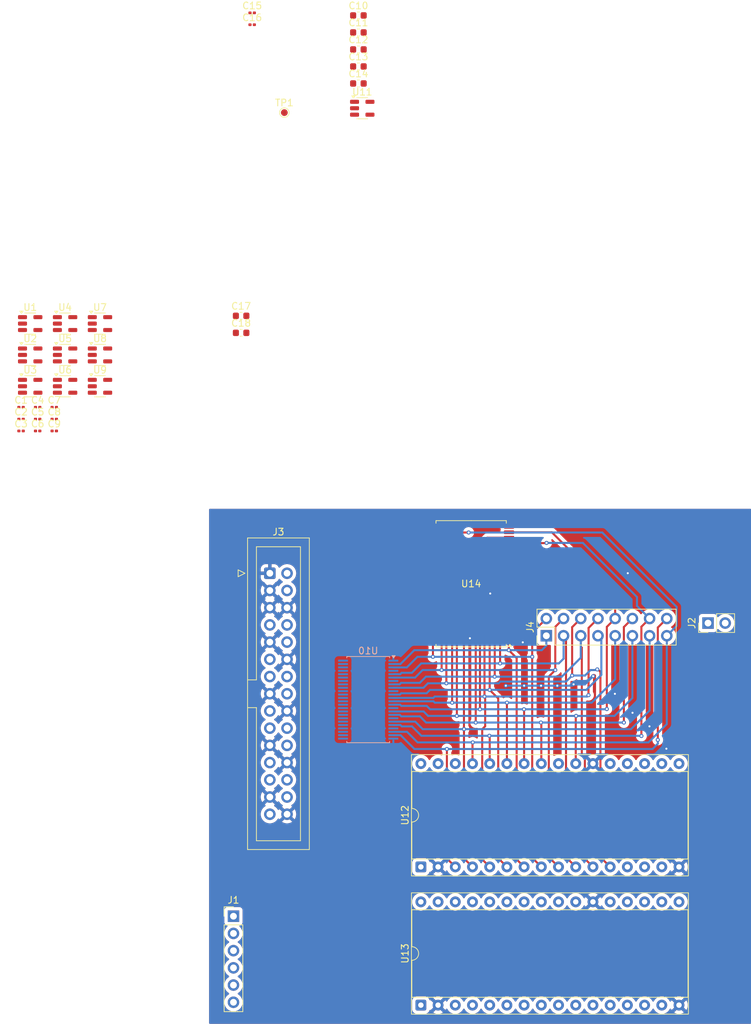
<source format=kicad_pcb>
(kicad_pcb (version 20241229) (generator "pcbnew") (generator_version "9.0")
  (layers (0 "F.Cu" signal) (2 "B.Cu" signal) (13 "F.Paste" user) (15 "B.Paste" user) (5 "F.SilkS" user "F.Silkscreen") (7 "B.SilkS" user "B.Silkscreen") (1 "F.Mask" user) (3 "B.Mask" user) (25 "Edge.Cuts" user))
  (net 0 "")
  (net 1 "GND")
  (net 2 "+5V")
  (net 3 "/CWE")
  (net 4 "/GRE")
  (net 5 "/MAL")
  (net 6 "/RSE")
  (net 7 "/CRE")
  (net 8 "/DBS")
  (net 9 "/BWE")
  (net 10 "/BRE")
  (net 11 "/bus_conn/IO15")
  (net 12 "/bus_conn/IO10")
  (net 13 "/bus_conn/IO13")
  (net 14 "/bus_conn/IO5")
  (net 15 "/bus_conn/IO9")
  (net 16 "/bus_conn/IO14")
  (net 17 "/bus_conn/IO12")
  (net 18 "/bus_conn/IO4")
  (net 19 "/CLK")
  (net 20 "/bus_conn/IO11")
  (net 21 "/bus_conn/IO3")
  (net 22 "/bus_conn/IO7")
  (net 23 "/bus_conn/IO8")
  (net 24 "/bus_conn/IO2")
  (net 25 "/bus_conn/IO0")
  (net 26 "/bus_conn/IO1")
  (net 27 "/bus_conn/IO6")
  (net 28 "/word_conn/IN10")
  (net 29 "/word_conn/IN4")
  (net 30 "/word_conn/IN11")
  (net 31 "/word_conn/IN9")
  (net 32 "/word_conn/IN3")
  (net 33 "/word_conn/IN12")
  (net 34 "/word_conn/IN7")
  (net 35 "/word_conn/IN2")
  (net 36 "/word_conn/IN13")
  (net 37 "/word_conn/IN6")
  (net 38 "/word_conn/IN1")
  (net 39 "/word_conn/IN14")
  (net 40 "/word_conn/IN8")
  (net 41 "/word_conn/IN5")
  (net 42 "/word_conn/IN0")
  (net 43 "/word_conn/IN15")
  (net 44 "Net-(U10-1CLK)")
  (net 45 "Net-(U1-Pad4)")
  (net 46 "Net-(U2-Pad4)")
  (net 47 "/RAM_RE")
  (net 48 "/RAM_WE")
  (net 49 "/ROM_RE")
  (net 50 "Net-(U6-Pad4)")
  (net 51 "Net-(U7-Pad4)")
  (net 53 "/ROM/DATA5")
  (net 54 "/ROM/DATA1")
  (net 55 "/ROM/DATA0")
  (net 56 "/ROM/DATA7")
  (net 57 "/ROM/DATA3")
  (net 58 "/ROM/DATA2")
  (net 59 "/ROM/DATA4")
  (net 60 "/ROM/DATA6")
  (net 63 "/ROM/DATA9")
  (net 64 "/ROM/DATA12")
  (net 65 "/ROM/DATA14")
  (net 66 "/ROM/DATA13")
  (net 67 "/ROM/DATA15")
  (net 69 "/ROM/DATA11")
  (net 70 "/ROM/DATA8")
  (net 71 "/ROM/DATA10")
  (net 72 "/ram/IO8")
  (net 73 "/ram/IO11")
  (net 74 "/ram/IO14")
  (net 75 "/ram/IO13")
  (net 76 "/ram/IO15")
  (net 77 "/ram/IO12")
  (net 78 "/ram/IO0")
  (net 79 "/ram/IO10")
  (net 80 "/ram/IO7")
  (net 81 "/ram/IO4")
  (net 82 "/ram/IO5")
  (net 83 "/ram/IO3")
  (net 84 "/ram/IO9")
  (net 85 "/ram/IO2")
  (net 86 "/ram/IO6")
  (net 87 "/ram/IO1")
  (footprint "Capacitor_SMD:C_0603_1608Metric" (layer "F.Cu") (at 44.04 -45.77)
    (property "Reference" "C14")
    (property "Value" "0.1uF")
  )
  (footprint "Capacitor_SMD:C_0201_0603Metric" (layer "F.Cu") (at -0.85 5.51)
    (property "Reference" "C9")
    (property "Value" "C")
  )
  (footprint "Capacitor_SMD:C_0603_1608Metric" (layer "F.Cu") (at 26.73 -11.48)
    (property "Reference" "C17")
    (property "Value" "0.1uF")
  )
  (footprint "Package_TO_SOT_SMD:SOT-23-5" (layer "F.Cu") (at 0.75 -5.71)
    (property "Reference" "U5")
    (property "Value" "74AHC1G32")
  )
  (footprint "Package_TO_SOT_SMD:SOT-23-5" (layer "F.Cu") (at 0.75 -1.085)
    (property "Reference" "U6")
    (property "Value" "74AHC1G04")
  )
  (footprint "Package_TO_SOT_SMD:SOT-23-5" (layer "F.Cu") (at -4.4 -1.085)
    (property "Reference" "U3")
    (property "Value" "74AHC1G32")
  )
  (footprint "Capacitor_SMD:C_0603_1608Metric" (layer "F.Cu") (at 44.04 -53.3)
    (property "Reference" "C11")
    (property "Value" "0.01uF")
  )
  (footprint "Capacitor_SMD:C_0201_0603Metric" (layer "F.Cu") (at -5.75 2.01)
    (property "Reference" "C1")
    (property "Value" "C")
  )
  (footprint "Connector_IDC:IDC-Header_2x15_P2.54mm_Vertical" (layer "F.Cu") (at 30.97 26.51)
    (property "Reference" "J3")
    (property "Value" "Conn_02x15_Odd_Even")
  )
  (footprint "Connector_PinHeader_2.54mm:PinHeader_2x08_P2.54mm_Vertical" (layer "F.Cu") (at 71.78 35.73 90)
    (property "Reference" "J4")
    (property "Value" "Conn_02x08_Top_Bottom")
  )
  (footprint "Package_TO_SOT_SMD:SOT-23-5" (layer "F.Cu") (at 0.75 -10.335)
    (property "Reference" "U4")
    (property "Value" "74AHC1G32")
  )
  (footprint "Capacitor_SMD:C_0201_0603Metric" (layer "F.Cu") (at -0.85 2.01)
    (property "Reference" "C7")
    (property "Value" "C")
  )
  (footprint "Package_TO_SOT_SMD:SOT-23-5" (layer "F.Cu") (at 5.9 -10.335)
    (property "Reference" "U7")
    (property "Value" "74AHC1G32")
  )
  (footprint "Package_TO_SOT_SMD:SOT-23-5" (layer "F.Cu") (at 5.9 -1.085)
    (property "Reference" "U9")
    (property "Value" "74AHC1G32")
  )
  (footprint "Capacitor_SMD:C_0603_1608Metric" (layer "F.Cu") (at 44.04 -48.28)
    (property "Reference" "C13")
    (property "Value" "0.01uF")
  )
  (footprint "Capacitor_SMD:C_0201_0603Metric" (layer "F.Cu") (at -0.85 3.76)
    (property "Reference" "C8")
    (property "Value" "C")
  )
  (footprint "Capacitor_SMD:C_0603_1608Metric" (layer "F.Cu") (at 44.04 -50.79)
    (property "Reference" "C12")
    (property "Value" "0.01uF")
  )
  (footprint "Connector_PinHeader_2.54mm:PinHeader_1x02_P2.54mm_Vertical" (layer "F.Cu") (at 95.64 33.86 90)
    (property "Reference" "J2")
    (property "Value" "Conn_01x02")
  )
  (footprint "Capacitor_SMD:C_0201_0603Metric" (layer "F.Cu") (at 28.36 -54.44)
    (property "Reference" "C16")
    (property "Value" "C")
  )
  (footprint "Capacitor_SMD:C_0201_0603Metric" (layer "F.Cu") (at -5.75 5.51)
    (property "Reference" "C3")
    (property "Value" "C")
  )
  (footprint "Capacitor_SMD:C_0201_0603Metric" (layer "F.Cu") (at -5.75 3.76)
    (property "Reference" "C2")
    (property "Value" "C")
  )
  (footprint "Capacitor_SMD:C_0603_1608Metric" (layer "F.Cu") (at 44.04 -55.81)
    (property "Reference" "C10")
    (property "Value" "0.01uF")
  )
  (footprint "Connector_PinHeader_2.54mm:PinHeader_1x06_P2.54mm_Vertical" (layer "F.Cu") (at 25.6 77.12)
    (property "Reference" "J1")
    (property "Value" "Conn_01x06")
  )
  (footprint "Package_TO_SOT_SMD:SOT-23-5" (layer "F.Cu") (at -4.4 -5.71)
    (property "Reference" "U2")
    (property "Value" "74AHC1G04")
  )
  (footprint "TestPoint:TestPoint_Pad_D1.0mm" (layer "F.Cu") (at 33.11 -41.47)
    (property "Reference" "TP1")
    (property "Value" "TestPoint")
  )
  (footprint "Package_TO_SOT_SMD:SOT-23-5" (layer "F.Cu") (at -4.4 -10.335)
    (property "Reference" "U1")
    (property "Value" "74AHC1G32")
  )
  (footprint "Capacitor_SMD:C_0201_0603Metric" (layer "F.Cu") (at -3.3 3.76)
    (property "Reference" "C5")
    (property "Value" "C")
  )
  (footprint "Capacitor_SMD:C_0201_0603Metric" (layer "F.Cu") (at 28.36 -56.19)
    (property "Reference" "C15")
    (property "Value" "C")
  )
  (footprint "Package_TO_SOT_SMD:SOT-23-5" (layer "F.Cu") (at 44.61 -42.115)
    (property "Reference" "U11")
    (property "Value" "74AHC1G08")
  )
  (footprint "Capacitor_SMD:C_0201_0603Metric" (layer "F.Cu") (at -3.3 2.01)
    (property "Reference" "C4")
    (property "Value" "C")
  )
  (footprint "Capacitor_SMD:C_0201_0603Metric" (layer "F.Cu") (at -3.3 5.51)
    (property "Reference" "C6")
    (property "Value" "C")
  )
  (footprint "Package_SO:TSOP-II-44_10.16x18.41mm_P0.8mm" (layer "F.Cu") (at 60.6825 28.06 180)
    (property "Reference" "U14")
    (property "Value" "71016S12PHG8")
  )
  (footprint "Capacitor_SMD:C_0603_1608Metric" (layer "F.Cu") (at 26.73 -8.97)
    (property "Reference" "C18")
    (property "Value" "0.1uF")
  )
  (footprint "Package_DIP:DIP-32_W15.24mm_Socket" (layer "F.Cu") (at 53.26 90.24 90)
    (property "Reference" "U13")
    (property "Value" "SST39SF010")
  )
  (footprint "Package_DIP:DIP-32_W15.24mm_Socket" (layer "F.Cu") (at 53.26 69.84 90)
    (property "Reference" "U12")
    (property "Value" "SST39SF010")
  )
  (footprint "Package_TO_SOT_SMD:SOT-23-5" (layer "F.Cu") (at 5.9 -5.71)
    (property "Reference" "U8")
    (property "Value" "74AHC1G32")
  )
  (footprint "Package_SO:TSSOP-48_6.1x12.5mm_P0.5mm" (layer "B.Cu") (at 45.4875 45.155 180)
    (property "Reference" "U10")
    (property "Value" "SN74AHCT16374DGGR")
  )
  (via (at 78.7 41.7) (size 0.6) (drill 0.3) (layers "F.Cu" "B.Cu") (net 1))
  (via (at 63.5 29.5) (size 0.6) (drill 0.3) (layers "F.Cu" "B.Cu") (net 1))
  (via (at 87 49.1) (size 0.6) (drill 0.3) (layers "F.Cu" "B.Cu") (net 1))
  (via (at 71 43.099) (size 0.6) (drill 0.3) (layers "F.Cu" "B.Cu") (net 1))
  (via (at 89.5 52.4) (size 0.6) (drill 0.3) (layers "F.Cu" "B.Cu") (net 1))
  (via (at 81.9 44.3) (size 0.6) (drill 0.3) (layers "F.Cu" "B.Cu") (net 1))
  (via (at 60.5 36.1) (size 0.6) (drill 0.3) (layers "F.Cu" "B.Cu") (net 1))
  (via (at 68.3 36.7) (size 0.6) (drill 0.3) (layers "F.Cu" "B.Cu") (net 1))
  (via (at 75.8 42.9) (size 0.6) (drill 0.3) (layers "F.Cu" "B.Cu") (net 1))
  (via (at 83.8 26.5) (size 0.6) (drill 0.3) (layers "F.Cu" "B.Cu") (net 1))
  (via (at 68.5 43.099) (size 0.6) (drill 0.3) (layers "F.Cu" "B.Cu") (net 1))
  (via (at 73.4 43.1) (size 0.6) (drill 0.3) (layers "F.Cu" "B.Cu") (net 1))
  (via (at 84.5 47.1) (size 0.6) (drill 0.3) (layers "F.Cu" "B.Cu") (net 1))
  (via (at 65.801 43.099) (size 0.6) (drill 0.3) (layers "F.Cu" "B.Cu") (net 1))
  (segment (start 73.4 43.1) (end 75.6 43.1) (width 0.3) (layer "B.Cu") (net 1))
  (segment (start 75.8 42.9) (end 77.5 42.9) (width 0.3) (layer "B.Cu") (net 1))
  (segment (start 73.399 43.099) (end 73.4 43.1) (width 0.3) (layer "B.Cu") (net 1))
  (segment (start 75.6 43.1) (end 75.8 42.9) (width 0.3) (layer "B.Cu") (net 1))
  (segment (start 68.5 43.099) (end 71 43.099) (width 0.3) (layer "B.Cu") (net 1))
  (segment (start 77.5 42.9) (end 78.7 41.7) (width 0.3) (layer "B.Cu") (net 1))
  (segment (start 68.5 43.099) (end 65.801 43.099) (width 0.3) (layer "B.Cu") (net 1))
  (segment (start 71 43.099) (end 73.399 43.099) (width 0.3) (layer "B.Cu") (net 1))
  (segment (start 58.57 47.56) (end 58.57 23.972501) (width 0.3) (layer "F.Cu") (net 28))
  (segment (start 55.095 22.06) (end 56.657499 22.06) (width 0.3) (layer "F.Cu") (net 28))
  (segment (start 56.657499 22.06) (end 58.57 23.972501) (width 0.3) (layer "F.Cu") (net 28))
  (segment (start 76.12 47.61) (end 76.12 54.6) (width 0.3) (layer "F.Cu") (net 28))
  (segment (start 76.17 47.56) (end 76.12 47.61) (width 0.3) (layer "F.Cu") (net 28))
  (via (at 76.17 47.56) (size 0.6) (drill 0.3) (layers "F.Cu" "B.Cu") (net 28))
  (via (at 58.57 47.56) (size 0.6) (drill 0.3) (layers "F.Cu" "B.Cu") (net 28))
  (segment (start 54.324286 47.56) (end 53.669286 46.905) (width 0.3) (layer "B.Cu") (net 28))
  (segment (start 53.669286 46.905) (end 49.2 46.905) (width 0.3) (layer "B.Cu") (net 28))
  (segment (start 76.17 47.56) (end 81.84 47.56) (width 0.3) (layer "B.Cu") (net 28))
  (segment (start 58.57 47.56) (end 54.324286 47.56) (width 0.3) (layer "B.Cu") (net 28))
  (segment (start 84.48 44.92) (end 84.48 35.73) (width 0.3) (layer "B.Cu") (net 28))
  (segment (start 58.57 47.56) (end 76.17 47.56) (width 0.3) (layer "B.Cu") (net 28))
  (segment (start 81.84 47.56) (end 84.48 44.92) (width 0.3) (layer "B.Cu") (net 28))
  (segment (start 64.16 41.768571) (end 64.16 35.655) (width 0.3) (layer "F.Cu") (net 29))
  (segment (start 77.465 53.784745) (end 77.015 53.334745) (width 0.3) (layer "F.Cu") (net 29))
  (segment (start 64.955 34.86) (end 66.27 34.86) (width 0.3) (layer "F.Cu") (net 29))
  (segment (start 77.015 37.475) (end 76.86 37.32) (width 0.3) (layer "F.Cu") (net 29))
  (segment (start 78.66 69.84) (end 77.465 68.645) (width 0.3) (layer "F.Cu") (net 29))
  (segment (start 64.16 35.655) (end 64.955 34.86) (width 0.3) (layer "F.Cu") (net 29))
  (segment (start 76.86 37.32) (end 76.86 35.73) (width 0.3) (layer "F.Cu") (net 29))
  (segment (start 77.465 68.645) (end 77.465 53.784745) (width 0.3) (layer "F.Cu") (net 29))
  (segment (start 64.145 41.768571) (end 64.16 41.768571) (width 0.3) (layer "F.Cu") (net 29))
  (segment (start 77.015 53.334745) (end 77.015 37.475) (width 0.3) (layer "F.Cu") (net 29))
  (via (at 64.145 41.768571) (size 0.6) (drill 0.3) (layers "F.Cu" "B.Cu") (net 29))
  (segment (start 64.145 41.768571) (end 54.011429 41.768571) (width 0.3) (layer "B.Cu") (net 29))
  (segment (start 50.125 42.905) (end 49.2 42.905) (width 0.3) (layer "B.Cu") (net 29))
  (segment (start 76.86 38.975) (end 76.86 35.73) (width 0.3) (layer "B.Cu") (net 29))
  (segment (start 64.145 41.768571) (end 74.066429 41.768571) (width 0.3) (layer "B.Cu") (net 29))
  (segment (start 50.35 42.68) (end 50.125 42.905) (width 0.3) (layer "B.Cu") (net 29))
  (segment (start 54.011429 41.768571) (end 53.1 42.68) (width 0.3) (layer "B.Cu") (net 29))
  (segment (start 53.1 42.68) (end 50.35 42.68) (width 0.3) (layer "B.Cu") (net 29))
  (segment (start 74.066429 41.768571) (end 76.86 38.975) (width 0.3) (layer "B.Cu") (net 29))
  (segment (start 61.085 23.235) (end 63.06 21.26) (width 0.3) (layer "F.Cu") (net 30))
  (segment (start 83.222857 34.447143) (end 84.48 33.19) (width 0.3) (layer "F.Cu") (net 30))
  (segment (start 61.355 48.537143) (end 61.355 34.61) (width 0.3) (layer "F.Cu") (net 30))
  (segment (start 61.355 34.61) (end 61.085 34.34) (width 0.3) (layer "F.Cu") (net 30))
  (segment (start 71.04 48.597143) (end 71.04 54.6) (width 0.3) (layer "F.Cu") (net 30))
  (segment (start 83.222857 48.537143) (end 83.222857 34.447143) (width 0.3) (layer "F.Cu") (net 30))
  (segment (start 63.06 21.26) (end 66.27 21.26) (width 0.3) (layer "F.Cu") (net 30))
  (segment (start 61.085 34.34) (end 61.085 23.235) (width 0.3) (layer "F.Cu") (net 30))
  (segment (start 70.98 48.537143) (end 71.04 48.597143) (width 0.3) (layer "F.Cu") (net 30))
  (via (at 70.98 48.537143) (size 0.6) (drill 0.3) (layers "F.Cu" "B.Cu") (net 30))
  (via (at 61.355 48.537143) (size 0.6) (drill 0.3) (layers "F.Cu" "B.Cu") (net 30))
  (via (at 83.222857 48.537143) (size 0.6) (drill 0.3) (layers "F.Cu" "B.Cu") (net 30))
  (segment (start 50.37 47.625714) (end 50.149286 47.405) (width 0.3) (layer "B.Cu") (net 30))
  (segment (start 83.222857 48.537143) (end 83.24 48.52) (width 0.3) (layer "B.Cu") (net 30))
  (segment (start 50.149286 47.405) (end 49.2 47.405) (width 0.3) (layer "B.Cu") (net 30))
  (segment (start 78.129 48.537143) (end 83.222857 48.537143) (width 0.3) (layer "B.Cu") (net 30))
  (segment (start 61.355 48.537143) (end 54.031429 48.537143) (width 0.3) (layer "B.Cu") (net 30))
  (segment (start 61.355 48.537143) (end 70.98 48.537143) (width 0.3) (layer "B.Cu") (net 30))
  (segment (start 53.12 47.625714) (end 50.37 47.625714) (width 0.3) (layer "B.Cu") (net 30))
  (segment (start 70.98 48.537143) (end 78.129 48.537143) (width 0.3) (layer "B.Cu") (net 30))
  (segment (start 54.031429 48.537143) (end 53.12 47.625714) (width 0.3) (layer "B.Cu") (net 30))
  (segment (start 80.705 46.545) (end 80.705 34.425) (width 0.3) (layer "F.Cu") (net 31))
  (segment (start 68.48 46.582857) (end 68.5 46.602857) (width 0.3) (layer "F.Cu") (net 31))
  (segment (start 68.5 46.602857) (end 68.5 54.6) (width 0.3) (layer "F.Cu") (net 31))
  (segment (start 80.705 34.425) (end 81.94 33.19) (width 0.3) (layer "F.Cu") (net 31))
  (segment (start 62.97 22.86) (end 61.985 23.845) (width 0.3) (layer "F.Cu") (net 31))
  (segment (start 81.94 29.81) (end 81.94 33.19) (width 0.3) (layer "F.Cu") (net 31))
  (segment (start 61.985 23.845) (end 61.985 46.582857) (width 0.3) (layer "F.Cu") (net 31))
  (segment (start 66.27 22.86) (end 62.97 22.86) (width 0.3) (layer "F.Cu") (net 31))
  (segment (start 72.59 20.46) (end 81.94 29.81) (width 0.3) (layer "F.Cu") (net 31))
  (segment (start 66.27 20.46) (end 72.59 20.46) (width 0.3) (layer "F.Cu") (net 31))
  (via (at 80.705 46.545) (size 0.6) (drill 0.3) (layers "F.Cu" "B.Cu") (net 31))
  (via (at 61.985 46.582857) (size 0.6) (drill 0.3) (layers "F.Cu" "B.Cu") (net 31))
  (via (at 68.48 46.582857) (size 0.6) (drill 0.3) (layers "F.Cu" "B.Cu") (net 31))
  (segment (start 50.38 46.085714) (end 50.199286 45.905) (width 0.3) (layer "B.Cu") (net 31))
  (segment (start 61.985 46.582857) (end 54.627143 46.582857) (width 0.3) (layer "B.Cu") (net 31))
  (segment (start 54.13 46.085714) (end 50.38 46.085714) (width 0.3) (layer "B.Cu") (net 31))
  (segment (start 80.667143 46.582857) (end 80.705 46.545) (width 0.3) (layer "B.Cu") (net 31))
  (segment (start 67.45 46.582857) (end 68.48 46.582857) (width 0.3) (layer "B.Cu") (net 31))
  (segment (start 61.985 46.582857) (end 67.45 46.582857) (width 0.3) (layer "B.Cu") (net 31))
  (segment (start 68.48 46.582857) (end 80.667143 46.582857) (width 0.3) (layer "B.Cu") (net 31))
  (segment (start 50.199286 45.905) (end 49.2 45.905) (width 0.3) (layer "B.Cu") (net 31))
  (segment (start 54.627143 46.582857) (end 54.13 46.085714) (width 0.3) (layer "B.Cu") (net 31))
  (segment (start 72.1434 41.748029) (end 73.1 40.791429) (width 0.3) (layer "F.Cu") (net 32))
  (segment (start 72.1434 68.4034) (end 72.1434 41.748029) (width 0.3) (layer "F.Cu") (net 32))
  (segment (start 56.325 40.791429) (end 56.325 36.1) (width 0.3) (layer "F.Cu") (net 32))
  (segment (start 73.1 40.791429) (end 73.1 34.41) (width 0.3) (layer "F.Cu") (net 32))
  (segment (start 55.885 35.66) (end 55.095 35.66) (width 0.3) (layer "F.Cu") (net 32))
  (segment (start 56.325 36.1) (end 55.885 35.66) (width 0.3) (layer "F.Cu") (net 32))
  (segment (start 73.1 34.41) (end 74.32 33.19) (width 0.3) (layer "F.Cu") (net 32))
  (segment (start 73.58 69.84) (end 72.1434 68.4034) (width 0.3) (layer "F.Cu") (net 32))
  (via (at 73.1 40.791429) (size 0.6) (drill 0.3) (layers "F.Cu" "B.Cu") (net 32))
  (via (at 56.325 40.791429) (size 0.6) (drill 0.3) (layers "F.Cu" "B.Cu") (net 32))
  (segment (start 52.403572 41.905) (end 49.2 41.905) (width 0.3) (layer "B.Cu") (net 32))
  (segment (start 53.518571 40.791429) (end 52.404286 41.905714) (width 0.3) (layer "B.Cu") (net 32))
  (segment (start 52.404286 41.905714) (end 52.403572 41.905) (width 0.3) (layer "B.Cu") (net 32))
  (segment (start 73.1 40.791429) (end 56.325 40.791429) (width 0.3) (layer "B.Cu") (net 32))
  (segment (start 56.325 40.791429) (end 53.518571 40.791429) (width 0.3) (layer "B.Cu") (net 32))
  (segment (start 59.62 49.22) (end 59.62 23.51) (width 0.3) (layer "F.Cu") (net 33))
  (segment (start 59.625 68.585) (end 60.88 69.84) (width 0.3) (layer "F.Cu") (net 33))
  (segment (start 92.1 41.9) (end 92.8 42.6) (width 0.3) (layer "F.Cu") (net 33))
  (segment (start 59.625 49.514285) (end 59.625 68.585) (width 0.3) (layer "F.Cu") (net 33))
  (segment (start 59.625 49.514285) (end 59.625 49.225) (width 0.3) (layer "F.Cu") (net 33))
  (segment (start 57.37 21.26) (end 55.095 21.26) (width 0.3) (layer "F.Cu") (net 33))
  (segment (start 59.625 49.225) (end 59.62 49.22) (width 0.3) (layer "F.Cu") (net 33))
  (segment (start 59.62 23.51) (end 57.37 21.26) (width 0.3) (layer "F.Cu") (net 33))
  (via (at 59.625 49.514285) (size 0.6) (drill 0.3) (layers "F.Cu" "B.Cu") (net 33))
  (segment (start 84.270715 49.514285) (end 87.02 46.765) (width 0.3) (layer "B.Cu") (net 33))
  (segment (start 87.02 46.765) (end 87.02 35.73) (width 0.3) (layer "B.Cu") (net 33))
  (segment (start 53.538571 49.514285) (end 52.429286 48.405) (width 0.3) (layer "B.Cu") (net 33))
  (segment (start 59.625 49.514285) (end 53.538571 49.514285) (width 0.3) (layer "B.Cu") (net 33))
  (segment (start 52.429286 48.405) (end 49.2 48.405) (width 0.3) (layer "B.Cu") (net 33))
  (segment (start 59.625 49.514285) (end 84.270715 49.514285) (width 0.3) (layer "B.Cu") (net 33))
  (segment (start 62.755 44.805) (end 62.65 44.7) (width 0.3) (layer "F.Cu") (net 34))
  (segment (start 78 43.0468) (end 78.0134 43.0334) (width 0.3) (layer "F.Cu") (net 34))
  (segment (start 78 44.5) (end 78 43.0468) (width 0.3) (layer "F.Cu") (net 34))
  (segment (start 63.86 33.26) (end 66.27 33.26) (width 0.3) (layer "F.Cu") (net 34))
  (segment (start 62.3166 68.7366) (end 62.3166 49.5184) (width 0.3) (layer "F.Cu") (net 34))
  (segment (start 63.42 69.84) (end 62.3166 68.7366) (width 0.3) (layer "F.Cu") (net 34))
  (segment (start 62.755 49.08) (end 62.755 44.805) (width 0.3) (layer "F.Cu") (net 34))
  (segment (start 62.65 44.7) (end 62.65 34.47) (width 0.3) (layer "F.Cu") (net 34))
  (segment (start 78.0134 43.0334) (end 78.0134 34.5766) (width 0.3) (layer "F.Cu") (net 34))
  (segment (start 62.3166 49.5184) (end 62.755 49.08) (width 0.3) (layer "F.Cu") (net 34))
  (segment (start 78.0134 34.5766) (end 79.4 33.19) (width 0.3) (layer "F.Cu") (net 34))
  (segment (start 62.65 34.47) (end 63.86 33.26) (width 0.3) (layer "F.Cu") (net 34))
  (via (at 78 44.5) (size 0.6) (drill 0.3) (layers "F.Cu" "B.Cu") (net 34))
  (via (at 62.65 44.7) (size 0.6) (drill 0.3) (layers "F.Cu" "B.Cu") (net 34))
  (segment (start 55.094286 44.905714) (end 55.093572 44.905) (width 0.3) (layer "B.Cu") (net 34))
  (segment (start 62.65 44.7) (end 67.91 44.7) (width 0.3) (layer "B.Cu") (net 34))
  (segment (start 67.91 44.7) (end 68.07 44.7) (width 0.3) (layer "B.Cu") (net 34))
  (segment (start 62.65 44.7) (end 55.3 44.7) (width 0.3) (layer "B.Cu") (net 34))
  (segment (start 55.3 44.7) (end 55.094286 44.905714) (width 0.3) (layer "B.Cu") (net 34))
  (segment (start 77.8 44.7) (end 67.91 44.7) (width 0.3) (layer "B.Cu") (net 34))
  (segment (start 78 44.5) (end 77.8 44.7) (width 0.3) (layer "B.Cu") (net 34))
  (segment (start 55.093572 44.905) (end 49.2 44.905) (width 0.3) (layer "B.Cu") (net 34))
  (segment (start 74.6834 68.4034) (end 76.12 69.84) (width 0.3) (layer "F.Cu") (net 35))
  (segment (start 74.32 35.73) (end 74.6834 36.0934) (width 0.3) (layer "F.Cu") (net 35))
  (segment (start 64.96 39.814286) (end 64.96 39.519286) (width 0.3) (layer "F.Cu") (net 35))
  (segment (start 64.955 35.915) (end 65.21 35.66) (width 0.3) (layer "F.Cu") (net 35))
  (segment (start 65.21 35.66) (end 66.27 35.66) (width 0.3) (layer "F.Cu") (net 35))
  (segment (start 74.6834 36.0934) (end 74.6834 68.4034) (width 0.3) (layer "F.Cu") (net 35))
  (segment (start 64.955 39.514286) (end 64.955 35.915) (width 0.3) (layer "F.Cu") (net 35))
  (segment (start 64.96 39.519286) (end 64.955 39.514286) (width 0.3) (layer "F.Cu") (net 35))
  (via (at 64.96 39.814286) (size 0.6) (drill 0.3) (layers "F.Cu" "B.Cu") (net 35))
  (segment (start 50.215 41.405) (end 49.2 41.405) (width 0.3) (layer "B.Cu") (net 35))
  (segment (start 53.315714 39.814286) (end 51.93 41.2) (width 0.3) (layer "B.Cu") (net 35))
  (segment (start 74.325 35.735) (end 74.32 35.73) (width 0.3) (layer "B.Cu") (net 35))
  (segment (start 50.42 41.2) (end 50.215 41.405) (width 0.3) (layer "B.Cu") (net 35))
  (segment (start 74.325 39.11) (end 74.325 35.735) (width 0.3) (layer "B.Cu") (net 35))
  (segment (start 64.96 39.814286) (end 53.315714 39.814286) (width 0.3) (layer "B.Cu") (net 35))
  (segment (start 73.620714 39.814286) (end 74.325 39.11) (width 0.3) (layer "B.Cu") (net 35))
  (segment (start 64.96 39.814286) (end 73.620714 39.814286) (width 0.3) (layer "B.Cu") (net 35))
  (segment (start 51.93 41.2) (end 50.42 41.2) (width 0.3) (layer "B.Cu") (net 35))
  (segment (start 63.42 50.541428) (end 63.42 54.6) (width 0.3) (layer "F.Cu") (net 36))
  (segment (start 85.81 34.4) (end 87.02 33.19) (width 0.3) (layer "F.Cu") (net 36))
  (segment (start 85.81 50.525) (end 85.81 34.4) (width 0.3) (layer "F.Cu") (net 36))
  (segment (start 71.78 22.06) (end 71.81 22.03) (width 0.3) (layer "F.Cu") (net 36))
  (segment (start 63.37 50.491428) (end 63.42 50.541428) (width 0.3) (layer "F.Cu") (net 36))
  (segment (start 66.27 22.06) (end 71.78 22.06) (width 0.3) (layer "F.Cu") (net 36))
  (via (at 85.81 50.525) (size 0.6) (drill 0.3) (layers "F.Cu" "B.Cu") (net 36))
  (via (at 63.37 50.491428) (size 0.6) (drill 0.3) (layers "F.Cu" "B.Cu") (net 36))
  (via (at 71.81 22.03) (size 0.6) (drill 0.3) (layers "F.Cu" "B.Cu") (net 36))
  (segment (start 85.16 31.33) (end 85.16 30.02) (width 0.3) (layer "B.Cu") (net 36))
  (segment (start 53.335714 50.491428) (end 63.37 50.491428) (width 0.3) (layer "B.Cu") (net 36))
  (segment (start 63.37 50.491428) (end 73.48 50.491428) (width 0.3) (layer "B.Cu") (net 36))
  (segment (start 51.95 49.105714) (end 53.335714 50.491428) (width 0.3) (layer "B.Cu") (net 36))
  (segment (start 77.17 22.03) (end 71.81 22.03) (width 0.3) (layer "B.Cu") (net 36))
  (segment (start 85.776428 50.491428) (end 85.81 50.525) (width 0.3) (layer "B.Cu") (net 36))
  (segment (start 50.44 49.105714) (end 51.95 49.105714) (width 0.3) (layer "B.Cu") (net 36))
  (segment (start 85.16 30.02) (end 77.17 22.03) (width 0.3) (layer "B.Cu") (net 36))
  (segment (start 50.239286 48.905) (end 50.44 49.105714) (width 0.3) (layer "B.Cu") (net 36))
  (segment (start 87.02 33.19) (end 85.16 31.33) (width 0.3) (layer "B.Cu") (net 36))
  (segment (start 73.48 50.491428) (end 85.776428 50.491428) (width 0.3) (layer "B.Cu") (net 36))
  (segment (start 49.2 48.905) (end 50.239286 48.905) (width 0.3) (layer "B.Cu") (net 36))
  (segment (start 64.68 68.56) (end 64.68 44.987857) (width 0.3) (layer "F.Cu") (net 37))
  (segment (start 63.415 43.722857) (end 63.415 35.34) (width 0.3) (layer "F.Cu") (net 37))
  (segment (start 65.96 69.84) (end 64.68 68.56) (width 0.3) (layer "F.Cu") (net 37))
  (segment (start 64.695 34.06) (end 66.27 34.06) (width 0.3) (layer "F.Cu") (net 37))
  (segment (start 64.68 44.987857) (end 63.415 43.722857) (width 0.3) (layer "F.Cu") (net 37))
  (segment (start 63.415 35.34) (end 64.695 34.06) (width 0.3) (layer "F.Cu") (net 37))
  (via (at 63.415 43.722857) (size 0.6) (drill 0.3) (layers "F.Cu" "B.Cu") (net 37))
  (segment (start 67.417143 43.71) (end 67.43 43.722857) (width 0.3) (layer "B.Cu") (net 37))
  (segment (start 63.427857 43.71) (end 67.417143 43.71) (width 0.3) (layer "B.Cu") (net 37))
  (segment (start 50.175 44.405) (end 50.36 44.22) (width 0.3) (layer "B.Cu") (net 37))
  (segment (start 67.43 43.722857) (end 77.677143 43.722857) (width 0.3) (layer "B.Cu") (net 37))
  (segment (start 63.415 43.722857) (end 63.427857 43.71) (width 0.3) (layer "B.Cu") (net 37))
  (segment (start 54.607143 43.722857) (end 63.415 43.722857) (width 0.3) (layer "B.Cu") (net 37))
  (segment (start 54.11 44.22) (end 54.607143 43.722857) (width 0.3) (layer "B.Cu") (net 37))
  (segment (start 50.36 44.22) (end 54.11 44.22) (width 0.3) (layer "B.Cu") (net 37))
  (segment (start 49.2 44.405) (end 50.175 44.405) (width 0.3) (layer "B.Cu") (net 37))
  (segment (start 79.9 36.23) (end 79.4 35.73) (width 0.3) (layer "B.Cu") (net 37))
  (segment (start 77.677143 43.722857) (end 79.9 41.5) (width 0.3) (layer "B.Cu") (net 37))
  (segment (start 79.9 41.5) (end 79.9 36.23) (width 0.3) (layer "B.Cu") (net 37))
  (segment (start 69.695 38.837143) (end 69.695 35.275) (width 0.3) (layer "F.Cu") (net 38))
  (segment (start 69.695 68.495) (end 69.695 38.837143) (width 0.3) (layer "F.Cu") (net 38))
  (segment (start 55.04 36.515) (end 55.095 36.46) (width 0.3) (layer "F.Cu") (net 38))
  (segment (start 69.695 35.275) (end 71.78 33.19) (width 0.3) (layer "F.Cu") (net 38))
  (segment (start 55.04 38.837143) (end 55.04 36.515) (width 0.3) (layer "F.Cu") (net 38))
  (segment (start 71.04 69.84) (end 69.695 68.495) (width 0.3) (layer "F.Cu") (net 38))
  (via (at 69.695 38.837143) (size 0.6) (drill 0.3) (layers "F.Cu" "B.Cu") (net 38))
  (via (at 55.04 38.837143) (size 0.6) (drill 0.3) (layers "F.Cu" "B.Cu") (net 38))
  (segment (start 52.76 38.837143) (end 51.191429 40.405714) (width 0.3) (layer "B.Cu") (net 38))
  (segment (start 55.04 38.837143) (end 69.695 38.837143) (width 0.3) (layer "B.Cu") (net 38))
  (segment (start 50.015 40.405) (end 49.2 40.405) (width 0.3) (layer "B.Cu") (net 38))
  (segment (start 55.04 38.837143) (end 52.76 38.837143) (width 0.3) (layer "B.Cu") (net 38))
  (segment (start 51.191429 40.405714) (end 50.015714 40.405714) (width 0.3) (layer "B.Cu") (net 38))
  (segment (start 50.015714 40.405714) (end 50.015 40.405) (width 0.3) (layer "B.Cu") (net 38))
  (segment (start 60.88 51.508571) (end 60.88 54.6) (width 0.3) (layer "F.Cu") (net 39))
  (segment (start 94.6 40.4) (end 95.4 41.2) (width 0.3) (layer "F.Cu") (net 39))
  (segment (start 60.92 51.468571) (end 60.88 51.508571) (width 0.3) (layer "F.Cu") (net 39))
  (segment (start 55.13 20.495) (end 60.31 20.495) (width 0.3) (layer "F.Cu") (net 39))
  (segment (start 55.095 20.46) (end 55.13 20.495) (width 0.3) (layer "F.Cu") (net 39))
  (via (at 60.31 20.495) (size 0.6) (drill 0.3) (layers "F.Cu" "B.Cu") (net 39))
  (via (at 60.92 51.468571) (size 0.6) (drill 0.3) (layers "F.Cu" "B.Cu") (net 39))
  (segment (start 91.02 34.27) (end 89.56 35.73) (width 0.3) (layer "B.Cu") (net 39))
  (segment (start 80.035 20.495) (end 91.02 31.48) (width 0.3) (layer "B.Cu") (net 39))
  (segment (start 51.216429 49.905) (end 52.78 51.468571) (width 0.3) (layer "B.Cu") (net 39))
  (segment (start 86.856429 51.468571) (end 89.56 48.765) (width 0.3) (layer "B.Cu") (net 39))
  (segment (start 60.92 51.468571) (end 86.856429 51.468571) (width 0.3) (layer "B.Cu") (net 39))
  (segment (start 49.2 49.905) (end 51.216429 49.905) (width 0.3) (layer "B.Cu") (net 39))
  (segment (start 60.31 20.495) (end 80.035 20.495) (width 0.3) (layer "B.Cu") (net 39))
  (segment (start 52.78 51.468571) (end 60.92 51.468571) (width 0.3) (layer "B.Cu") (net 39))
  (segment (start 89.56 48.765) (end 89.56 35.73) (width 0.3) (layer "B.Cu") (net 39))
  (segment (start 91.02 31.48) (end 91.02 34.27) (width 0.3) (layer "B.Cu") (net 39))
  (segment (start 57.335 34.39) (end 57.335 23.99) (width 0.3) (layer "F.Cu") (net 40))
  (segment (start 56.205 22.86) (end 55.095 22.86) (width 0.3) (layer "F.Cu") (net 40))
  (segment (start 57.875 34.93) (end 57.335 34.39) (width 0.3) (layer "F.Cu") (net 40))
  (segment (start 57.335 23.99) (end 56.205 22.86) (width 0.3) (layer "F.Cu") (net 40))
  (segment (start 65.96 45.610714) (end 65.96 54.6) (width 0.3) (layer "F.Cu") (net 40))
  (segment (start 57.875 45.605714) (end 57.875 34.93) (width 0.3) (layer "F.Cu") (net 40))
  (segment (start 65.965 45.605714) (end 65.96 45.610714) (width 0.3) (layer "F.Cu") (net 40))
  (via (at 65.965 45.605714) (size 0.6) (drill 0.3) (layers "F.Cu" "B.Cu") (net 40))
  (via (at 57.875 45.605714) (size 0.6) (drill 0.3) (layers "F.Cu" "B.Cu") (net 40))
  (segment (start 49.2 45.405) (end 50.01 45.405) (width 0.3) (layer "B.Cu") (net 40))
  (segment (start 57.875 45.605714) (end 65.965 45.605714) (width 0.3) (layer "B.Cu") (net 40))
  (segment (start 55.32 45.605714) (end 55.12 45.405714) (width 0.3) (layer "B.Cu") (net 40))
  (segment (start 65.965 45.605714) (end 78.479286 45.605714) (width 0.3) (layer "B.Cu") (net 40))
  (segment (start 50.01 45.405) (end 50.011714 45.406714) (width 0.3) (layer "B.Cu") (net 40))
  (segment (start 81.94 42.145) (end 81.94 35.73) (width 0.3) (layer "B.Cu") (net 40))
  (segment (start 50.011714 45.406714) (end 55.12 45.406714) (width 0.3) (layer "B.Cu") (net 40))
  (segment (start 78.479286 45.605714) (end 81.94 42.145) (width 0.3) (layer "B.Cu") (net 40))
  (segment (start 57.875 45.605714) (end 55.32 45.605714) (width 0.3) (layer "B.Cu") (net 40))
  (segment (start 79.7634 68.4034) (end 81.2 69.84) (width 0.3) (layer "F.Cu") (net 41))
  (segment (start 57.025 42.745714) (end 57.025 35.695) (width 0.3) (layer "F.Cu") (net 41))
  (segment (start 79.4 40.7) (end 79.7634 41.0634) (width 0.3) (layer "F.Cu") (net 41))
  (segment (start 79.7634 41.0634) (end 79.7634 68.4034) (width 0.3) (layer "F.Cu") (net 41))
  (segment (start 57.025 35.695) (end 56.19 34.86) (width 0.3) (layer "F.Cu") (net 41))
  (segment (start 75.59 41.6) (end 75.59 34.46) (width 0.3) (layer "F.Cu") (net 41))
  (segment (start 75.59 34.46) (end 76.86 33.19) (width 0.3) (layer "F.Cu") (net 41))
  (segment (start 56.19 34.86) (end 55.095 34.86) (width 0.3) (layer "F.Cu") (net 41))
  (segment (start 79.2976 40.7) (end 79.4 40.7) (width 0.3) (layer "F.Cu") (net 41))
  (via (at 75.59 41.6) (size 0.6) (drill 0.3) (layers "F.Cu" "B.Cu") (net 41))
  (via (at 57.025 42.745714) (size 0.6) (drill 0.3) (layers "F.Cu" "B.Cu") (net 41))
  (via (at 79.2976 40.7) (size 0.6) (drill 0.3) (layers "F.Cu" "B.Cu") (net 41))
  (segment (start 57.025714 42.745) (end 57.025 42.745714) (width 0.3) (layer "B.Cu") (net 41))
  (segment (start 65.0044 42.4956) (end 64.755 42.745) (width 0.3) (layer "B.Cu") (net 41))
  (segment (start 53.644286 43.405714) (end 53.643572 43.405) (width 0.3) (layer "B.Cu") (net 41))
  (segment (start 64.755 42.745) (end 57.025714 42.745) (width 0.3) (layer "B.Cu") (net 41))
  (segment (start 78.3025 40.7925) (end 77.495 41.6) (width 0.3) (layer "B.Cu") (net 41))
  (segment (start 53.643572 43.405) (end 49.2 43.405) (width 0.3) (layer "B.Cu") (net 41))
  (segment (start 79.2976 40.7) (end 79.2051 40.7925) (width 0.3) (layer "B.Cu") (net 41))
  (segment (start 57.025 42.745714) (end 54.304286 42.745714) (width 0.3) (layer "B.Cu") (net 41))
  (segment (start 74.6944 42.4956) (end 65.0044 42.4956) (width 0.3) (layer "B.Cu") (net 41))
  (segment (start 75.59 41.6) (end 74.6944 42.4956) (width 0.3) (layer "B.Cu") (net 41))
  (segment (start 79.2051 40.7925) (end 78.3025 40.7925) (width 0.3) (layer "B.Cu") (net 41))
  (segment (start 54.304286 42.745714) (end 53.644286 43.405714) (width 0.3) (layer "B.Cu") (net 41))
  (segment (start 77.495 41.6) (end 75.59 41.6) (width 0.3) (layer "B.Cu") (net 41))
  (segment (start 67.3966 39.0166) (end 66.24 37.86) (width 0.3) (layer "F.Cu") (net 42))
  (segment (start 67.3966 68.7366) (end 67.3966 39.0166) (width 0.3) (layer "F.Cu") (net 42))
  (segment (start 68.5 69.84) (end 67.3966 68.7366) (width 0.3) (layer "F.Cu") (net 42))
  (segment (start 66.24 36.49) (end 66.27 36.46) (width 0.3) (layer "F.Cu") (net 42))
  (segment (start 66.24 37.86) (end 66.24 36.49) (width 0.3) (layer "F.Cu") (net 42))
  (via (at 66.24 37.86) (size 0.6) (drill 0.3) (layers "F.Cu" "B.Cu") (net 42))
  (segment (start 52.29 37.86) (end 50.244286 39.905714) (width 0.3) (layer "B.Cu") (net 42))
  (segment (start 66.24 37.86) (end 52.29 37.86) (width 0.3) (layer "B.Cu") (net 42))
  (segment (start 50.243572 39.905) (end 49.2 39.905) (width 0.3) (layer "B.Cu") (net 42))
  (segment (start 71.78 37.185) (end 71.78 35.73) (width 0.3) (layer "B.Cu") (net 42))
  (segment (start 66.24 37.86) (end 71.105 37.86) (width 0.3) (layer "B.Cu") (net 42))
  (segment (start 50.244286 39.905714) (end 50.243572 39.905) (width 0.3) (layer "B.Cu") (net 42))
  (segment (start 71.105 37.86) (end 71.78 37.185) (width 0.3) (layer "B.Cu") (net 42))
  (segment (start 57.1 68.6) (end 58.34 69.84) (width 0.3) (layer "F.Cu") (net 43))
  (segment (start 57.1 52.445714) (end 57.1 68.6) (width 0.3) (layer "F.Cu") (net 43))
  (segment (start 95.5 39.9) (end 95.6 39.8) (width 0.3) (layer "F.Cu") (net 43))
  (segment (start 88.23 34.52) (end 89.56 33.19) (width 0.3) (layer "F.Cu") (net 43))
  (segment (start 88.23 51.1) (end 88.23 34.52) (width 0.3) (layer "F.Cu") (net 43))
  (via (at 88.23 51.1) (size 0.6) (drill 0.3) (layers "F.Cu" "B.Cu") (net 43))
  (via (at 57.1 52.445714) (size 0.6) (drill 0.3) (layers "F.Cu" "B.Cu") (net 43))
  (segment (start 87.454286 52.445714) (end 57.1 52.445714) (width 0.3) (layer "B.Cu") (net 43))
  (segment (start 49.2 50.405) (end 50.269286 50.405) (width 0.3) (layer "B.Cu") (net 43))
  (segment (start 88.23 51.1) (end 88.23 51.67) (width 0.3) (layer "B.Cu") (net 43))
  (segment (start 50.269286 50.405) (end 52.31 52.445714) (width 0.3) (layer "B.Cu") (net 43))
  (segment (start 52.31 52.445714) (end 57.1 52.445714) (width 0.3) (layer "B.Cu") (net 43))
  (segment (start 88.23 51.67) (end 87.454286 52.445714) (width 0.3) (layer "B.Cu") (net 43))
  (zone (net 1) (net_name "GND") (layers "F.Cu" "B.Cu") (connect_pads (clearance 0.5)) (min_thickness 0.25) (fill yes (thermal_gap 0.5) (thermal_bridge_width 0.5))
    (polygon (pts (xy 22 17) (xy 102 17) (xy 102 93) (xy 22 93)))
  )
)
</source>
